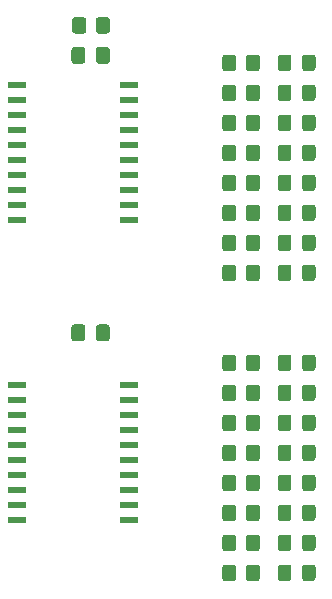
<source format=gbr>
%TF.GenerationSoftware,KiCad,Pcbnew,(5.1.8)-1*%
%TF.CreationDate,2024-06-17T18:48:39+03:00*%
%TF.ProjectId,STACK16,53544143-4b31-4362-9e6b-696361645f70,rev?*%
%TF.SameCoordinates,Original*%
%TF.FileFunction,Paste,Top*%
%TF.FilePolarity,Positive*%
%FSLAX46Y46*%
G04 Gerber Fmt 4.6, Leading zero omitted, Abs format (unit mm)*
G04 Created by KiCad (PCBNEW (5.1.8)-1) date 2024-06-17 18:48:39*
%MOMM*%
%LPD*%
G01*
G04 APERTURE LIST*
%ADD10R,1.500000X0.600000*%
G04 APERTURE END LIST*
D10*
%TO.C,U2*%
X65710000Y-57785000D03*
X65710000Y-59055000D03*
X65710000Y-60325000D03*
X65710000Y-61595000D03*
X65710000Y-62865000D03*
X65710000Y-64135000D03*
X65710000Y-65405000D03*
X65710000Y-66675000D03*
X65710000Y-67945000D03*
X65710000Y-69215000D03*
X56210000Y-69215000D03*
X56210000Y-67945000D03*
X56210000Y-66675000D03*
X56210000Y-65405000D03*
X56210000Y-57785000D03*
X56210000Y-59055000D03*
X56210000Y-60325000D03*
X56210000Y-61595000D03*
X56210000Y-62865000D03*
X56210000Y-64135000D03*
%TD*%
%TO.C,R17*%
G36*
G01*
X74800000Y-73209999D02*
X74800000Y-74110001D01*
G75*
G02*
X74550001Y-74360000I-249999J0D01*
G01*
X73849999Y-74360000D01*
G75*
G02*
X73600000Y-74110001I0J249999D01*
G01*
X73600000Y-73209999D01*
G75*
G02*
X73849999Y-72960000I249999J0D01*
G01*
X74550001Y-72960000D01*
G75*
G02*
X74800000Y-73209999I0J-249999D01*
G01*
G37*
G36*
G01*
X76800000Y-73209999D02*
X76800000Y-74110001D01*
G75*
G02*
X76550001Y-74360000I-249999J0D01*
G01*
X75849999Y-74360000D01*
G75*
G02*
X75600000Y-74110001I0J249999D01*
G01*
X75600000Y-73209999D01*
G75*
G02*
X75849999Y-72960000I249999J0D01*
G01*
X76550001Y-72960000D01*
G75*
G02*
X76800000Y-73209999I0J-249999D01*
G01*
G37*
%TD*%
%TO.C,R16*%
G36*
G01*
X74800000Y-70669999D02*
X74800000Y-71570001D01*
G75*
G02*
X74550001Y-71820000I-249999J0D01*
G01*
X73849999Y-71820000D01*
G75*
G02*
X73600000Y-71570001I0J249999D01*
G01*
X73600000Y-70669999D01*
G75*
G02*
X73849999Y-70420000I249999J0D01*
G01*
X74550001Y-70420000D01*
G75*
G02*
X74800000Y-70669999I0J-249999D01*
G01*
G37*
G36*
G01*
X76800000Y-70669999D02*
X76800000Y-71570001D01*
G75*
G02*
X76550001Y-71820000I-249999J0D01*
G01*
X75849999Y-71820000D01*
G75*
G02*
X75600000Y-71570001I0J249999D01*
G01*
X75600000Y-70669999D01*
G75*
G02*
X75849999Y-70420000I249999J0D01*
G01*
X76550001Y-70420000D01*
G75*
G02*
X76800000Y-70669999I0J-249999D01*
G01*
G37*
%TD*%
%TO.C,R15*%
G36*
G01*
X74800000Y-68129999D02*
X74800000Y-69030001D01*
G75*
G02*
X74550001Y-69280000I-249999J0D01*
G01*
X73849999Y-69280000D01*
G75*
G02*
X73600000Y-69030001I0J249999D01*
G01*
X73600000Y-68129999D01*
G75*
G02*
X73849999Y-67880000I249999J0D01*
G01*
X74550001Y-67880000D01*
G75*
G02*
X74800000Y-68129999I0J-249999D01*
G01*
G37*
G36*
G01*
X76800000Y-68129999D02*
X76800000Y-69030001D01*
G75*
G02*
X76550001Y-69280000I-249999J0D01*
G01*
X75849999Y-69280000D01*
G75*
G02*
X75600000Y-69030001I0J249999D01*
G01*
X75600000Y-68129999D01*
G75*
G02*
X75849999Y-67880000I249999J0D01*
G01*
X76550001Y-67880000D01*
G75*
G02*
X76800000Y-68129999I0J-249999D01*
G01*
G37*
%TD*%
%TO.C,R14*%
G36*
G01*
X74800000Y-65589999D02*
X74800000Y-66490001D01*
G75*
G02*
X74550001Y-66740000I-249999J0D01*
G01*
X73849999Y-66740000D01*
G75*
G02*
X73600000Y-66490001I0J249999D01*
G01*
X73600000Y-65589999D01*
G75*
G02*
X73849999Y-65340000I249999J0D01*
G01*
X74550001Y-65340000D01*
G75*
G02*
X74800000Y-65589999I0J-249999D01*
G01*
G37*
G36*
G01*
X76800000Y-65589999D02*
X76800000Y-66490001D01*
G75*
G02*
X76550001Y-66740000I-249999J0D01*
G01*
X75849999Y-66740000D01*
G75*
G02*
X75600000Y-66490001I0J249999D01*
G01*
X75600000Y-65589999D01*
G75*
G02*
X75849999Y-65340000I249999J0D01*
G01*
X76550001Y-65340000D01*
G75*
G02*
X76800000Y-65589999I0J-249999D01*
G01*
G37*
%TD*%
%TO.C,R13*%
G36*
G01*
X74800000Y-63049999D02*
X74800000Y-63950001D01*
G75*
G02*
X74550001Y-64200000I-249999J0D01*
G01*
X73849999Y-64200000D01*
G75*
G02*
X73600000Y-63950001I0J249999D01*
G01*
X73600000Y-63049999D01*
G75*
G02*
X73849999Y-62800000I249999J0D01*
G01*
X74550001Y-62800000D01*
G75*
G02*
X74800000Y-63049999I0J-249999D01*
G01*
G37*
G36*
G01*
X76800000Y-63049999D02*
X76800000Y-63950001D01*
G75*
G02*
X76550001Y-64200000I-249999J0D01*
G01*
X75849999Y-64200000D01*
G75*
G02*
X75600000Y-63950001I0J249999D01*
G01*
X75600000Y-63049999D01*
G75*
G02*
X75849999Y-62800000I249999J0D01*
G01*
X76550001Y-62800000D01*
G75*
G02*
X76800000Y-63049999I0J-249999D01*
G01*
G37*
%TD*%
%TO.C,R12*%
G36*
G01*
X74800000Y-60509999D02*
X74800000Y-61410001D01*
G75*
G02*
X74550001Y-61660000I-249999J0D01*
G01*
X73849999Y-61660000D01*
G75*
G02*
X73600000Y-61410001I0J249999D01*
G01*
X73600000Y-60509999D01*
G75*
G02*
X73849999Y-60260000I249999J0D01*
G01*
X74550001Y-60260000D01*
G75*
G02*
X74800000Y-60509999I0J-249999D01*
G01*
G37*
G36*
G01*
X76800000Y-60509999D02*
X76800000Y-61410001D01*
G75*
G02*
X76550001Y-61660000I-249999J0D01*
G01*
X75849999Y-61660000D01*
G75*
G02*
X75600000Y-61410001I0J249999D01*
G01*
X75600000Y-60509999D01*
G75*
G02*
X75849999Y-60260000I249999J0D01*
G01*
X76550001Y-60260000D01*
G75*
G02*
X76800000Y-60509999I0J-249999D01*
G01*
G37*
%TD*%
%TO.C,R11*%
G36*
G01*
X74800000Y-57969999D02*
X74800000Y-58870001D01*
G75*
G02*
X74550001Y-59120000I-249999J0D01*
G01*
X73849999Y-59120000D01*
G75*
G02*
X73600000Y-58870001I0J249999D01*
G01*
X73600000Y-57969999D01*
G75*
G02*
X73849999Y-57720000I249999J0D01*
G01*
X74550001Y-57720000D01*
G75*
G02*
X74800000Y-57969999I0J-249999D01*
G01*
G37*
G36*
G01*
X76800000Y-57969999D02*
X76800000Y-58870001D01*
G75*
G02*
X76550001Y-59120000I-249999J0D01*
G01*
X75849999Y-59120000D01*
G75*
G02*
X75600000Y-58870001I0J249999D01*
G01*
X75600000Y-57969999D01*
G75*
G02*
X75849999Y-57720000I249999J0D01*
G01*
X76550001Y-57720000D01*
G75*
G02*
X76800000Y-57969999I0J-249999D01*
G01*
G37*
%TD*%
%TO.C,R10*%
G36*
G01*
X74800000Y-55429999D02*
X74800000Y-56330001D01*
G75*
G02*
X74550001Y-56580000I-249999J0D01*
G01*
X73849999Y-56580000D01*
G75*
G02*
X73600000Y-56330001I0J249999D01*
G01*
X73600000Y-55429999D01*
G75*
G02*
X73849999Y-55180000I249999J0D01*
G01*
X74550001Y-55180000D01*
G75*
G02*
X74800000Y-55429999I0J-249999D01*
G01*
G37*
G36*
G01*
X76800000Y-55429999D02*
X76800000Y-56330001D01*
G75*
G02*
X76550001Y-56580000I-249999J0D01*
G01*
X75849999Y-56580000D01*
G75*
G02*
X75600000Y-56330001I0J249999D01*
G01*
X75600000Y-55429999D01*
G75*
G02*
X75849999Y-55180000I249999J0D01*
G01*
X76550001Y-55180000D01*
G75*
G02*
X76800000Y-55429999I0J-249999D01*
G01*
G37*
%TD*%
%TO.C,D16*%
G36*
G01*
X79460000Y-73209999D02*
X79460000Y-74110001D01*
G75*
G02*
X79210001Y-74360000I-249999J0D01*
G01*
X78559999Y-74360000D01*
G75*
G02*
X78310000Y-74110001I0J249999D01*
G01*
X78310000Y-73209999D01*
G75*
G02*
X78559999Y-72960000I249999J0D01*
G01*
X79210001Y-72960000D01*
G75*
G02*
X79460000Y-73209999I0J-249999D01*
G01*
G37*
G36*
G01*
X81510000Y-73209999D02*
X81510000Y-74110001D01*
G75*
G02*
X81260001Y-74360000I-249999J0D01*
G01*
X80609999Y-74360000D01*
G75*
G02*
X80360000Y-74110001I0J249999D01*
G01*
X80360000Y-73209999D01*
G75*
G02*
X80609999Y-72960000I249999J0D01*
G01*
X81260001Y-72960000D01*
G75*
G02*
X81510000Y-73209999I0J-249999D01*
G01*
G37*
%TD*%
%TO.C,D15*%
G36*
G01*
X79460000Y-70669999D02*
X79460000Y-71570001D01*
G75*
G02*
X79210001Y-71820000I-249999J0D01*
G01*
X78559999Y-71820000D01*
G75*
G02*
X78310000Y-71570001I0J249999D01*
G01*
X78310000Y-70669999D01*
G75*
G02*
X78559999Y-70420000I249999J0D01*
G01*
X79210001Y-70420000D01*
G75*
G02*
X79460000Y-70669999I0J-249999D01*
G01*
G37*
G36*
G01*
X81510000Y-70669999D02*
X81510000Y-71570001D01*
G75*
G02*
X81260001Y-71820000I-249999J0D01*
G01*
X80609999Y-71820000D01*
G75*
G02*
X80360000Y-71570001I0J249999D01*
G01*
X80360000Y-70669999D01*
G75*
G02*
X80609999Y-70420000I249999J0D01*
G01*
X81260001Y-70420000D01*
G75*
G02*
X81510000Y-70669999I0J-249999D01*
G01*
G37*
%TD*%
%TO.C,D14*%
G36*
G01*
X79460000Y-68129999D02*
X79460000Y-69030001D01*
G75*
G02*
X79210001Y-69280000I-249999J0D01*
G01*
X78559999Y-69280000D01*
G75*
G02*
X78310000Y-69030001I0J249999D01*
G01*
X78310000Y-68129999D01*
G75*
G02*
X78559999Y-67880000I249999J0D01*
G01*
X79210001Y-67880000D01*
G75*
G02*
X79460000Y-68129999I0J-249999D01*
G01*
G37*
G36*
G01*
X81510000Y-68129999D02*
X81510000Y-69030001D01*
G75*
G02*
X81260001Y-69280000I-249999J0D01*
G01*
X80609999Y-69280000D01*
G75*
G02*
X80360000Y-69030001I0J249999D01*
G01*
X80360000Y-68129999D01*
G75*
G02*
X80609999Y-67880000I249999J0D01*
G01*
X81260001Y-67880000D01*
G75*
G02*
X81510000Y-68129999I0J-249999D01*
G01*
G37*
%TD*%
%TO.C,D13*%
G36*
G01*
X79460000Y-65589999D02*
X79460000Y-66490001D01*
G75*
G02*
X79210001Y-66740000I-249999J0D01*
G01*
X78559999Y-66740000D01*
G75*
G02*
X78310000Y-66490001I0J249999D01*
G01*
X78310000Y-65589999D01*
G75*
G02*
X78559999Y-65340000I249999J0D01*
G01*
X79210001Y-65340000D01*
G75*
G02*
X79460000Y-65589999I0J-249999D01*
G01*
G37*
G36*
G01*
X81510000Y-65589999D02*
X81510000Y-66490001D01*
G75*
G02*
X81260001Y-66740000I-249999J0D01*
G01*
X80609999Y-66740000D01*
G75*
G02*
X80360000Y-66490001I0J249999D01*
G01*
X80360000Y-65589999D01*
G75*
G02*
X80609999Y-65340000I249999J0D01*
G01*
X81260001Y-65340000D01*
G75*
G02*
X81510000Y-65589999I0J-249999D01*
G01*
G37*
%TD*%
%TO.C,D12*%
G36*
G01*
X79460000Y-63049999D02*
X79460000Y-63950001D01*
G75*
G02*
X79210001Y-64200000I-249999J0D01*
G01*
X78559999Y-64200000D01*
G75*
G02*
X78310000Y-63950001I0J249999D01*
G01*
X78310000Y-63049999D01*
G75*
G02*
X78559999Y-62800000I249999J0D01*
G01*
X79210001Y-62800000D01*
G75*
G02*
X79460000Y-63049999I0J-249999D01*
G01*
G37*
G36*
G01*
X81510000Y-63049999D02*
X81510000Y-63950001D01*
G75*
G02*
X81260001Y-64200000I-249999J0D01*
G01*
X80609999Y-64200000D01*
G75*
G02*
X80360000Y-63950001I0J249999D01*
G01*
X80360000Y-63049999D01*
G75*
G02*
X80609999Y-62800000I249999J0D01*
G01*
X81260001Y-62800000D01*
G75*
G02*
X81510000Y-63049999I0J-249999D01*
G01*
G37*
%TD*%
%TO.C,D11*%
G36*
G01*
X79460000Y-60509999D02*
X79460000Y-61410001D01*
G75*
G02*
X79210001Y-61660000I-249999J0D01*
G01*
X78559999Y-61660000D01*
G75*
G02*
X78310000Y-61410001I0J249999D01*
G01*
X78310000Y-60509999D01*
G75*
G02*
X78559999Y-60260000I249999J0D01*
G01*
X79210001Y-60260000D01*
G75*
G02*
X79460000Y-60509999I0J-249999D01*
G01*
G37*
G36*
G01*
X81510000Y-60509999D02*
X81510000Y-61410001D01*
G75*
G02*
X81260001Y-61660000I-249999J0D01*
G01*
X80609999Y-61660000D01*
G75*
G02*
X80360000Y-61410001I0J249999D01*
G01*
X80360000Y-60509999D01*
G75*
G02*
X80609999Y-60260000I249999J0D01*
G01*
X81260001Y-60260000D01*
G75*
G02*
X81510000Y-60509999I0J-249999D01*
G01*
G37*
%TD*%
%TO.C,D10*%
G36*
G01*
X79460000Y-57969999D02*
X79460000Y-58870001D01*
G75*
G02*
X79210001Y-59120000I-249999J0D01*
G01*
X78559999Y-59120000D01*
G75*
G02*
X78310000Y-58870001I0J249999D01*
G01*
X78310000Y-57969999D01*
G75*
G02*
X78559999Y-57720000I249999J0D01*
G01*
X79210001Y-57720000D01*
G75*
G02*
X79460000Y-57969999I0J-249999D01*
G01*
G37*
G36*
G01*
X81510000Y-57969999D02*
X81510000Y-58870001D01*
G75*
G02*
X81260001Y-59120000I-249999J0D01*
G01*
X80609999Y-59120000D01*
G75*
G02*
X80360000Y-58870001I0J249999D01*
G01*
X80360000Y-57969999D01*
G75*
G02*
X80609999Y-57720000I249999J0D01*
G01*
X81260001Y-57720000D01*
G75*
G02*
X81510000Y-57969999I0J-249999D01*
G01*
G37*
%TD*%
%TO.C,D9*%
G36*
G01*
X79460000Y-55429999D02*
X79460000Y-56330001D01*
G75*
G02*
X79210001Y-56580000I-249999J0D01*
G01*
X78559999Y-56580000D01*
G75*
G02*
X78310000Y-56330001I0J249999D01*
G01*
X78310000Y-55429999D01*
G75*
G02*
X78559999Y-55180000I249999J0D01*
G01*
X79210001Y-55180000D01*
G75*
G02*
X79460000Y-55429999I0J-249999D01*
G01*
G37*
G36*
G01*
X81510000Y-55429999D02*
X81510000Y-56330001D01*
G75*
G02*
X81260001Y-56580000I-249999J0D01*
G01*
X80609999Y-56580000D01*
G75*
G02*
X80360000Y-56330001I0J249999D01*
G01*
X80360000Y-55429999D01*
G75*
G02*
X80609999Y-55180000I249999J0D01*
G01*
X81260001Y-55180000D01*
G75*
G02*
X81510000Y-55429999I0J-249999D01*
G01*
G37*
%TD*%
%TO.C,C2*%
G36*
G01*
X62012500Y-52865000D02*
X62012500Y-53815000D01*
G75*
G02*
X61762500Y-54065000I-250000J0D01*
G01*
X61087500Y-54065000D01*
G75*
G02*
X60837500Y-53815000I0J250000D01*
G01*
X60837500Y-52865000D01*
G75*
G02*
X61087500Y-52615000I250000J0D01*
G01*
X61762500Y-52615000D01*
G75*
G02*
X62012500Y-52865000I0J-250000D01*
G01*
G37*
G36*
G01*
X64087500Y-52865000D02*
X64087500Y-53815000D01*
G75*
G02*
X63837500Y-54065000I-250000J0D01*
G01*
X63162500Y-54065000D01*
G75*
G02*
X62912500Y-53815000I0J250000D01*
G01*
X62912500Y-52865000D01*
G75*
G02*
X63162500Y-52615000I250000J0D01*
G01*
X63837500Y-52615000D01*
G75*
G02*
X64087500Y-52865000I0J-250000D01*
G01*
G37*
%TD*%
%TO.C,R9*%
G36*
G01*
X62900000Y-27755001D02*
X62900000Y-26854999D01*
G75*
G02*
X63149999Y-26605000I249999J0D01*
G01*
X63850001Y-26605000D01*
G75*
G02*
X64100000Y-26854999I0J-249999D01*
G01*
X64100000Y-27755001D01*
G75*
G02*
X63850001Y-28005000I-249999J0D01*
G01*
X63149999Y-28005000D01*
G75*
G02*
X62900000Y-27755001I0J249999D01*
G01*
G37*
G36*
G01*
X60900000Y-27755001D02*
X60900000Y-26854999D01*
G75*
G02*
X61149999Y-26605000I249999J0D01*
G01*
X61850001Y-26605000D01*
G75*
G02*
X62100000Y-26854999I0J-249999D01*
G01*
X62100000Y-27755001D01*
G75*
G02*
X61850001Y-28005000I-249999J0D01*
G01*
X61149999Y-28005000D01*
G75*
G02*
X60900000Y-27755001I0J249999D01*
G01*
G37*
%TD*%
%TO.C,C1*%
G36*
G01*
X64087500Y-29370000D02*
X64087500Y-30320000D01*
G75*
G02*
X63837500Y-30570000I-250000J0D01*
G01*
X63162500Y-30570000D01*
G75*
G02*
X62912500Y-30320000I0J250000D01*
G01*
X62912500Y-29370000D01*
G75*
G02*
X63162500Y-29120000I250000J0D01*
G01*
X63837500Y-29120000D01*
G75*
G02*
X64087500Y-29370000I0J-250000D01*
G01*
G37*
G36*
G01*
X62012500Y-29370000D02*
X62012500Y-30320000D01*
G75*
G02*
X61762500Y-30570000I-250000J0D01*
G01*
X61087500Y-30570000D01*
G75*
G02*
X60837500Y-30320000I0J250000D01*
G01*
X60837500Y-29370000D01*
G75*
G02*
X61087500Y-29120000I250000J0D01*
G01*
X61762500Y-29120000D01*
G75*
G02*
X62012500Y-29370000I0J-250000D01*
G01*
G37*
%TD*%
%TO.C,D1*%
G36*
G01*
X81510000Y-30029999D02*
X81510000Y-30930001D01*
G75*
G02*
X81260001Y-31180000I-249999J0D01*
G01*
X80609999Y-31180000D01*
G75*
G02*
X80360000Y-30930001I0J249999D01*
G01*
X80360000Y-30029999D01*
G75*
G02*
X80609999Y-29780000I249999J0D01*
G01*
X81260001Y-29780000D01*
G75*
G02*
X81510000Y-30029999I0J-249999D01*
G01*
G37*
G36*
G01*
X79460000Y-30029999D02*
X79460000Y-30930001D01*
G75*
G02*
X79210001Y-31180000I-249999J0D01*
G01*
X78559999Y-31180000D01*
G75*
G02*
X78310000Y-30930001I0J249999D01*
G01*
X78310000Y-30029999D01*
G75*
G02*
X78559999Y-29780000I249999J0D01*
G01*
X79210001Y-29780000D01*
G75*
G02*
X79460000Y-30029999I0J-249999D01*
G01*
G37*
%TD*%
%TO.C,D2*%
G36*
G01*
X81510000Y-32569999D02*
X81510000Y-33470001D01*
G75*
G02*
X81260001Y-33720000I-249999J0D01*
G01*
X80609999Y-33720000D01*
G75*
G02*
X80360000Y-33470001I0J249999D01*
G01*
X80360000Y-32569999D01*
G75*
G02*
X80609999Y-32320000I249999J0D01*
G01*
X81260001Y-32320000D01*
G75*
G02*
X81510000Y-32569999I0J-249999D01*
G01*
G37*
G36*
G01*
X79460000Y-32569999D02*
X79460000Y-33470001D01*
G75*
G02*
X79210001Y-33720000I-249999J0D01*
G01*
X78559999Y-33720000D01*
G75*
G02*
X78310000Y-33470001I0J249999D01*
G01*
X78310000Y-32569999D01*
G75*
G02*
X78559999Y-32320000I249999J0D01*
G01*
X79210001Y-32320000D01*
G75*
G02*
X79460000Y-32569999I0J-249999D01*
G01*
G37*
%TD*%
%TO.C,D3*%
G36*
G01*
X79460000Y-35109999D02*
X79460000Y-36010001D01*
G75*
G02*
X79210001Y-36260000I-249999J0D01*
G01*
X78559999Y-36260000D01*
G75*
G02*
X78310000Y-36010001I0J249999D01*
G01*
X78310000Y-35109999D01*
G75*
G02*
X78559999Y-34860000I249999J0D01*
G01*
X79210001Y-34860000D01*
G75*
G02*
X79460000Y-35109999I0J-249999D01*
G01*
G37*
G36*
G01*
X81510000Y-35109999D02*
X81510000Y-36010001D01*
G75*
G02*
X81260001Y-36260000I-249999J0D01*
G01*
X80609999Y-36260000D01*
G75*
G02*
X80360000Y-36010001I0J249999D01*
G01*
X80360000Y-35109999D01*
G75*
G02*
X80609999Y-34860000I249999J0D01*
G01*
X81260001Y-34860000D01*
G75*
G02*
X81510000Y-35109999I0J-249999D01*
G01*
G37*
%TD*%
%TO.C,D4*%
G36*
G01*
X81510000Y-37649999D02*
X81510000Y-38550001D01*
G75*
G02*
X81260001Y-38800000I-249999J0D01*
G01*
X80609999Y-38800000D01*
G75*
G02*
X80360000Y-38550001I0J249999D01*
G01*
X80360000Y-37649999D01*
G75*
G02*
X80609999Y-37400000I249999J0D01*
G01*
X81260001Y-37400000D01*
G75*
G02*
X81510000Y-37649999I0J-249999D01*
G01*
G37*
G36*
G01*
X79460000Y-37649999D02*
X79460000Y-38550001D01*
G75*
G02*
X79210001Y-38800000I-249999J0D01*
G01*
X78559999Y-38800000D01*
G75*
G02*
X78310000Y-38550001I0J249999D01*
G01*
X78310000Y-37649999D01*
G75*
G02*
X78559999Y-37400000I249999J0D01*
G01*
X79210001Y-37400000D01*
G75*
G02*
X79460000Y-37649999I0J-249999D01*
G01*
G37*
%TD*%
%TO.C,D5*%
G36*
G01*
X79460000Y-40189999D02*
X79460000Y-41090001D01*
G75*
G02*
X79210001Y-41340000I-249999J0D01*
G01*
X78559999Y-41340000D01*
G75*
G02*
X78310000Y-41090001I0J249999D01*
G01*
X78310000Y-40189999D01*
G75*
G02*
X78559999Y-39940000I249999J0D01*
G01*
X79210001Y-39940000D01*
G75*
G02*
X79460000Y-40189999I0J-249999D01*
G01*
G37*
G36*
G01*
X81510000Y-40189999D02*
X81510000Y-41090001D01*
G75*
G02*
X81260001Y-41340000I-249999J0D01*
G01*
X80609999Y-41340000D01*
G75*
G02*
X80360000Y-41090001I0J249999D01*
G01*
X80360000Y-40189999D01*
G75*
G02*
X80609999Y-39940000I249999J0D01*
G01*
X81260001Y-39940000D01*
G75*
G02*
X81510000Y-40189999I0J-249999D01*
G01*
G37*
%TD*%
%TO.C,D6*%
G36*
G01*
X79460000Y-42729999D02*
X79460000Y-43630001D01*
G75*
G02*
X79210001Y-43880000I-249999J0D01*
G01*
X78559999Y-43880000D01*
G75*
G02*
X78310000Y-43630001I0J249999D01*
G01*
X78310000Y-42729999D01*
G75*
G02*
X78559999Y-42480000I249999J0D01*
G01*
X79210001Y-42480000D01*
G75*
G02*
X79460000Y-42729999I0J-249999D01*
G01*
G37*
G36*
G01*
X81510000Y-42729999D02*
X81510000Y-43630001D01*
G75*
G02*
X81260001Y-43880000I-249999J0D01*
G01*
X80609999Y-43880000D01*
G75*
G02*
X80360000Y-43630001I0J249999D01*
G01*
X80360000Y-42729999D01*
G75*
G02*
X80609999Y-42480000I249999J0D01*
G01*
X81260001Y-42480000D01*
G75*
G02*
X81510000Y-42729999I0J-249999D01*
G01*
G37*
%TD*%
%TO.C,D7*%
G36*
G01*
X79460000Y-45269999D02*
X79460000Y-46170001D01*
G75*
G02*
X79210001Y-46420000I-249999J0D01*
G01*
X78559999Y-46420000D01*
G75*
G02*
X78310000Y-46170001I0J249999D01*
G01*
X78310000Y-45269999D01*
G75*
G02*
X78559999Y-45020000I249999J0D01*
G01*
X79210001Y-45020000D01*
G75*
G02*
X79460000Y-45269999I0J-249999D01*
G01*
G37*
G36*
G01*
X81510000Y-45269999D02*
X81510000Y-46170001D01*
G75*
G02*
X81260001Y-46420000I-249999J0D01*
G01*
X80609999Y-46420000D01*
G75*
G02*
X80360000Y-46170001I0J249999D01*
G01*
X80360000Y-45269999D01*
G75*
G02*
X80609999Y-45020000I249999J0D01*
G01*
X81260001Y-45020000D01*
G75*
G02*
X81510000Y-45269999I0J-249999D01*
G01*
G37*
%TD*%
%TO.C,D8*%
G36*
G01*
X81510000Y-47809999D02*
X81510000Y-48710001D01*
G75*
G02*
X81260001Y-48960000I-249999J0D01*
G01*
X80609999Y-48960000D01*
G75*
G02*
X80360000Y-48710001I0J249999D01*
G01*
X80360000Y-47809999D01*
G75*
G02*
X80609999Y-47560000I249999J0D01*
G01*
X81260001Y-47560000D01*
G75*
G02*
X81510000Y-47809999I0J-249999D01*
G01*
G37*
G36*
G01*
X79460000Y-47809999D02*
X79460000Y-48710001D01*
G75*
G02*
X79210001Y-48960000I-249999J0D01*
G01*
X78559999Y-48960000D01*
G75*
G02*
X78310000Y-48710001I0J249999D01*
G01*
X78310000Y-47809999D01*
G75*
G02*
X78559999Y-47560000I249999J0D01*
G01*
X79210001Y-47560000D01*
G75*
G02*
X79460000Y-47809999I0J-249999D01*
G01*
G37*
%TD*%
%TO.C,R1*%
G36*
G01*
X76800000Y-30029999D02*
X76800000Y-30930001D01*
G75*
G02*
X76550001Y-31180000I-249999J0D01*
G01*
X75849999Y-31180000D01*
G75*
G02*
X75600000Y-30930001I0J249999D01*
G01*
X75600000Y-30029999D01*
G75*
G02*
X75849999Y-29780000I249999J0D01*
G01*
X76550001Y-29780000D01*
G75*
G02*
X76800000Y-30029999I0J-249999D01*
G01*
G37*
G36*
G01*
X74800000Y-30029999D02*
X74800000Y-30930001D01*
G75*
G02*
X74550001Y-31180000I-249999J0D01*
G01*
X73849999Y-31180000D01*
G75*
G02*
X73600000Y-30930001I0J249999D01*
G01*
X73600000Y-30029999D01*
G75*
G02*
X73849999Y-29780000I249999J0D01*
G01*
X74550001Y-29780000D01*
G75*
G02*
X74800000Y-30029999I0J-249999D01*
G01*
G37*
%TD*%
%TO.C,R2*%
G36*
G01*
X76800000Y-32569999D02*
X76800000Y-33470001D01*
G75*
G02*
X76550001Y-33720000I-249999J0D01*
G01*
X75849999Y-33720000D01*
G75*
G02*
X75600000Y-33470001I0J249999D01*
G01*
X75600000Y-32569999D01*
G75*
G02*
X75849999Y-32320000I249999J0D01*
G01*
X76550001Y-32320000D01*
G75*
G02*
X76800000Y-32569999I0J-249999D01*
G01*
G37*
G36*
G01*
X74800000Y-32569999D02*
X74800000Y-33470001D01*
G75*
G02*
X74550001Y-33720000I-249999J0D01*
G01*
X73849999Y-33720000D01*
G75*
G02*
X73600000Y-33470001I0J249999D01*
G01*
X73600000Y-32569999D01*
G75*
G02*
X73849999Y-32320000I249999J0D01*
G01*
X74550001Y-32320000D01*
G75*
G02*
X74800000Y-32569999I0J-249999D01*
G01*
G37*
%TD*%
%TO.C,R3*%
G36*
G01*
X74800000Y-35109999D02*
X74800000Y-36010001D01*
G75*
G02*
X74550001Y-36260000I-249999J0D01*
G01*
X73849999Y-36260000D01*
G75*
G02*
X73600000Y-36010001I0J249999D01*
G01*
X73600000Y-35109999D01*
G75*
G02*
X73849999Y-34860000I249999J0D01*
G01*
X74550001Y-34860000D01*
G75*
G02*
X74800000Y-35109999I0J-249999D01*
G01*
G37*
G36*
G01*
X76800000Y-35109999D02*
X76800000Y-36010001D01*
G75*
G02*
X76550001Y-36260000I-249999J0D01*
G01*
X75849999Y-36260000D01*
G75*
G02*
X75600000Y-36010001I0J249999D01*
G01*
X75600000Y-35109999D01*
G75*
G02*
X75849999Y-34860000I249999J0D01*
G01*
X76550001Y-34860000D01*
G75*
G02*
X76800000Y-35109999I0J-249999D01*
G01*
G37*
%TD*%
%TO.C,R4*%
G36*
G01*
X74800000Y-37649999D02*
X74800000Y-38550001D01*
G75*
G02*
X74550001Y-38800000I-249999J0D01*
G01*
X73849999Y-38800000D01*
G75*
G02*
X73600000Y-38550001I0J249999D01*
G01*
X73600000Y-37649999D01*
G75*
G02*
X73849999Y-37400000I249999J0D01*
G01*
X74550001Y-37400000D01*
G75*
G02*
X74800000Y-37649999I0J-249999D01*
G01*
G37*
G36*
G01*
X76800000Y-37649999D02*
X76800000Y-38550001D01*
G75*
G02*
X76550001Y-38800000I-249999J0D01*
G01*
X75849999Y-38800000D01*
G75*
G02*
X75600000Y-38550001I0J249999D01*
G01*
X75600000Y-37649999D01*
G75*
G02*
X75849999Y-37400000I249999J0D01*
G01*
X76550001Y-37400000D01*
G75*
G02*
X76800000Y-37649999I0J-249999D01*
G01*
G37*
%TD*%
%TO.C,R5*%
G36*
G01*
X76800000Y-40189999D02*
X76800000Y-41090001D01*
G75*
G02*
X76550001Y-41340000I-249999J0D01*
G01*
X75849999Y-41340000D01*
G75*
G02*
X75600000Y-41090001I0J249999D01*
G01*
X75600000Y-40189999D01*
G75*
G02*
X75849999Y-39940000I249999J0D01*
G01*
X76550001Y-39940000D01*
G75*
G02*
X76800000Y-40189999I0J-249999D01*
G01*
G37*
G36*
G01*
X74800000Y-40189999D02*
X74800000Y-41090001D01*
G75*
G02*
X74550001Y-41340000I-249999J0D01*
G01*
X73849999Y-41340000D01*
G75*
G02*
X73600000Y-41090001I0J249999D01*
G01*
X73600000Y-40189999D01*
G75*
G02*
X73849999Y-39940000I249999J0D01*
G01*
X74550001Y-39940000D01*
G75*
G02*
X74800000Y-40189999I0J-249999D01*
G01*
G37*
%TD*%
%TO.C,R6*%
G36*
G01*
X74800000Y-42729999D02*
X74800000Y-43630001D01*
G75*
G02*
X74550001Y-43880000I-249999J0D01*
G01*
X73849999Y-43880000D01*
G75*
G02*
X73600000Y-43630001I0J249999D01*
G01*
X73600000Y-42729999D01*
G75*
G02*
X73849999Y-42480000I249999J0D01*
G01*
X74550001Y-42480000D01*
G75*
G02*
X74800000Y-42729999I0J-249999D01*
G01*
G37*
G36*
G01*
X76800000Y-42729999D02*
X76800000Y-43630001D01*
G75*
G02*
X76550001Y-43880000I-249999J0D01*
G01*
X75849999Y-43880000D01*
G75*
G02*
X75600000Y-43630001I0J249999D01*
G01*
X75600000Y-42729999D01*
G75*
G02*
X75849999Y-42480000I249999J0D01*
G01*
X76550001Y-42480000D01*
G75*
G02*
X76800000Y-42729999I0J-249999D01*
G01*
G37*
%TD*%
%TO.C,R7*%
G36*
G01*
X74800000Y-45269999D02*
X74800000Y-46170001D01*
G75*
G02*
X74550001Y-46420000I-249999J0D01*
G01*
X73849999Y-46420000D01*
G75*
G02*
X73600000Y-46170001I0J249999D01*
G01*
X73600000Y-45269999D01*
G75*
G02*
X73849999Y-45020000I249999J0D01*
G01*
X74550001Y-45020000D01*
G75*
G02*
X74800000Y-45269999I0J-249999D01*
G01*
G37*
G36*
G01*
X76800000Y-45269999D02*
X76800000Y-46170001D01*
G75*
G02*
X76550001Y-46420000I-249999J0D01*
G01*
X75849999Y-46420000D01*
G75*
G02*
X75600000Y-46170001I0J249999D01*
G01*
X75600000Y-45269999D01*
G75*
G02*
X75849999Y-45020000I249999J0D01*
G01*
X76550001Y-45020000D01*
G75*
G02*
X76800000Y-45269999I0J-249999D01*
G01*
G37*
%TD*%
%TO.C,R8*%
G36*
G01*
X76800000Y-47809999D02*
X76800000Y-48710001D01*
G75*
G02*
X76550001Y-48960000I-249999J0D01*
G01*
X75849999Y-48960000D01*
G75*
G02*
X75600000Y-48710001I0J249999D01*
G01*
X75600000Y-47809999D01*
G75*
G02*
X75849999Y-47560000I249999J0D01*
G01*
X76550001Y-47560000D01*
G75*
G02*
X76800000Y-47809999I0J-249999D01*
G01*
G37*
G36*
G01*
X74800000Y-47809999D02*
X74800000Y-48710001D01*
G75*
G02*
X74550001Y-48960000I-249999J0D01*
G01*
X73849999Y-48960000D01*
G75*
G02*
X73600000Y-48710001I0J249999D01*
G01*
X73600000Y-47809999D01*
G75*
G02*
X73849999Y-47560000I249999J0D01*
G01*
X74550001Y-47560000D01*
G75*
G02*
X74800000Y-47809999I0J-249999D01*
G01*
G37*
%TD*%
%TO.C,U1*%
X56210000Y-38735000D03*
X56210000Y-37465000D03*
X56210000Y-36195000D03*
X56210000Y-34925000D03*
X56210000Y-33655000D03*
X56210000Y-32385000D03*
X56210000Y-40005000D03*
X56210000Y-41275000D03*
X56210000Y-42545000D03*
X56210000Y-43815000D03*
X65710000Y-43815000D03*
X65710000Y-42545000D03*
X65710000Y-41275000D03*
X65710000Y-40005000D03*
X65710000Y-38735000D03*
X65710000Y-37465000D03*
X65710000Y-36195000D03*
X65710000Y-34925000D03*
X65710000Y-33655000D03*
X65710000Y-32385000D03*
%TD*%
M02*

</source>
